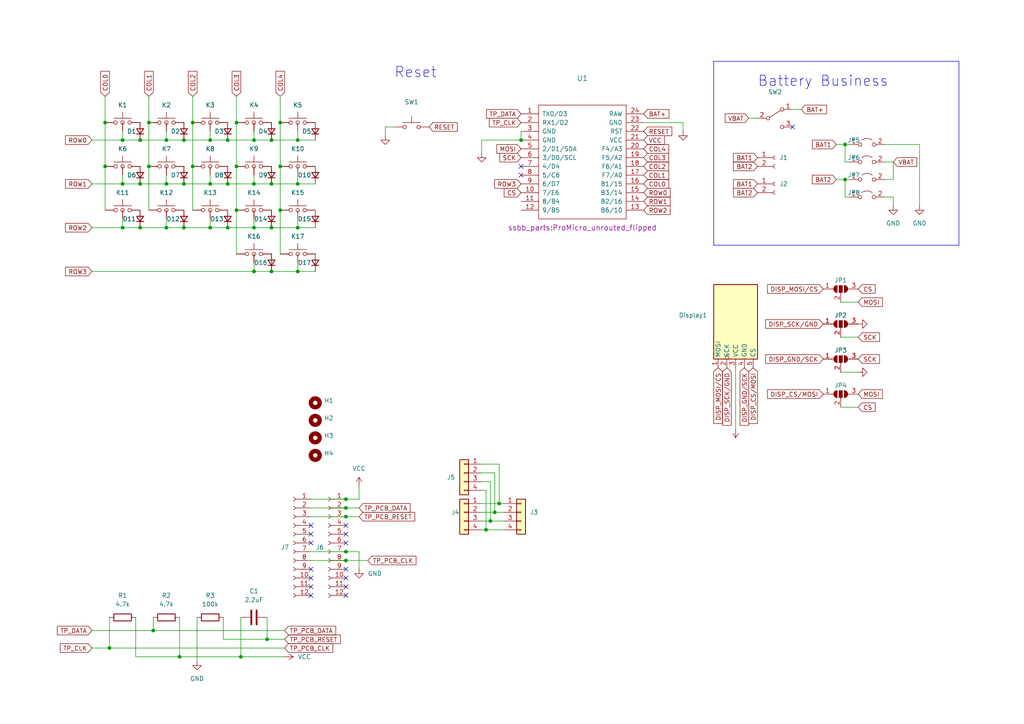
<source format=kicad_sch>
(kicad_sch (version 20230121) (generator eeschema)
  (paper "A4")
  (lib_symbols
    (symbol "Connector:Conn_01x02_Socket" (pin_names (offset 1.016) hide)
      (property "Reference" "J" (at 0 2.54 0))
      (property "Value" "Conn_01x02_Socket" (at 0 -5.08 0))
      (symbol "Conn_01x02_Socket_1_1"
        (arc (start 0 -2.032) (mid -0.5058 -2.54) (end 0 -3.048) (stroke (width 0.1524)))
        (polyline (pts (xy -1.27 -2.54) (xy -0.508 -2.54)) (stroke (width 0.1524)))
        (polyline (pts (xy -1.27 0) (xy -0.508 0)) (stroke (width 0.1524)))
        (arc (start 0 0.508) (mid -0.5058 0) (end 0 -0.508) (stroke (width 0.1524)))
        (pin passive line (at -5.08 0 0) (length 3.81) (name "Pin_1") (number "1"))
        (pin passive line (at -5.08 -2.54 0) (length 3.81) (name "Pin_2") (number "2"))
      )
    )
    (symbol "Connector:Conn_01x12_Socket" (pin_names (offset 1.016) hide)
      (property "Reference" "J" (at 0 15.24 0))
      (property "Value" "Conn_01x12_Socket" (at 0 -17.78 0))
      (symbol "Conn_01x12_Socket_1_1"
        (arc (start 0 -14.732) (mid -0.5058 -15.24) (end 0 -15.748) (stroke (width 0.1524)))
        (arc (start 0 -12.192) (mid -0.5058 -12.7) (end 0 -13.208) (stroke (width 0.1524)))
        (arc (start 0 -9.652) (mid -0.5058 -10.16) (end 0 -10.668) (stroke (width 0.1524)))
        (arc (start 0 -7.112) (mid -0.5058 -7.62) (end 0 -8.128) (stroke (width 0.1524)))
        (arc (start 0 -4.572) (mid -0.5058 -5.08) (end 0 -5.588) (stroke (width 0.1524)))
        (arc (start 0 -2.032) (mid -0.5058 -2.54) (end 0 -3.048) (stroke (width 0.1524)))
        (polyline (pts (xy -1.27 -15.24) (xy -0.508 -15.24)) (stroke (width 0.1524)))
        (polyline (pts (xy -1.27 -12.7) (xy -0.508 -12.7)) (stroke (width 0.1524)))
        (polyline (pts (xy -1.27 -10.16) (xy -0.508 -10.16)) (stroke (width 0.1524)))
        (polyline (pts (xy -1.27 -7.62) (xy -0.508 -7.62)) (stroke (width 0.1524)))
        (polyline (pts (xy -1.27 -5.08) (xy -0.508 -5.08)) (stroke (width 0.1524)))
        (polyline (pts (xy -1.27 -2.54) (xy -0.508 -2.54)) (stroke (width 0.1524)))
        (polyline (pts (xy -1.27 0) (xy -0.508 0)) (stroke (width 0.1524)))
        (polyline (pts (xy -1.27 2.54) (xy -0.508 2.54)) (stroke (width 0.1524)))
        (polyline (pts (xy -1.27 5.08) (xy -0.508 5.08)) (stroke (width 0.1524)))
        (polyline (pts (xy -1.27 7.62) (xy -0.508 7.62)) (stroke (width 0.1524)))
        (polyline (pts (xy -1.27 10.16) (xy -0.508 10.16)) (stroke (width 0.1524)))
        (polyline (pts (xy -1.27 12.7) (xy -0.508 12.7)) (stroke (width 0.1524)))
        (arc (start 0 0.508) (mid -0.5058 0) (end 0 -0.508) (stroke (width 0.1524)))
        (arc (start 0 3.048) (mid -0.5058 2.54) (end 0 2.032) (stroke (width 0.1524)))
        (arc (start 0 5.588) (mid -0.5058 5.08) (end 0 4.572) (stroke (width 0.1524)))
        (arc (start 0 8.128) (mid -0.5058 7.62) (end 0 7.112) (stroke (width 0.1524)))
        (arc (start 0 10.668) (mid -0.5058 10.16) (end 0 9.652) (stroke (width 0.1524)))
        (arc (start 0 13.208) (mid -0.5058 12.7) (end 0 12.192) (stroke (width 0.1524)))
        (pin passive line (at -5.08 12.7 0) (length 3.81) (name "Pin_1") (number "1"))
        (pin passive line (at -5.08 -10.16 0) (length 3.81) (name "Pin_10") (number "10"))
        (pin passive line (at -5.08 -12.7 0) (length 3.81) (name "Pin_11") (number "11"))
        (pin passive line (at -5.08 -15.24 0) (length 3.81) (name "Pin_12") (number "12"))
        (pin passive line (at -5.08 10.16 0) (length 3.81) (name "Pin_2") (number "2"))
        (pin passive line (at -5.08 7.62 0) (length 3.81) (name "Pin_3") (number "3"))
        (pin passive line (at -5.08 5.08 0) (length 3.81) (name "Pin_4") (number "4"))
        (pin passive line (at -5.08 2.54 0) (length 3.81) (name "Pin_5") (number "5"))
        (pin passive line (at -5.08 0 0) (length 3.81) (name "Pin_6") (number "6"))
        (pin passive line (at -5.08 -2.54 0) (length 3.81) (name "Pin_7") (number "7"))
        (pin passive line (at -5.08 -5.08 0) (length 3.81) (name "Pin_8") (number "8"))
        (pin passive line (at -5.08 -7.62 0) (length 3.81) (name "Pin_9") (number "9"))
      )
    )
    (symbol "Connector_Generic:Conn_01x04" (pin_names (offset 1.016) hide)
      (property "Reference" "J" (at 0 5.08 0))
      (property "Value" "Conn_01x04" (at 0 -7.62 0))
      (symbol "Conn_01x04_1_1"
        (rectangle (start -1.27 -4.953) (end 0 -5.207) (stroke (width 0.1524)))
        (rectangle (start -1.27 -2.413) (end 0 -2.667) (stroke (width 0.1524)))
        (rectangle (start -1.27 0.127) (end 0 -0.127) (stroke (width 0.1524)))
        (rectangle (start -1.27 2.667) (end 0 2.413) (stroke (width 0.1524)))
        (rectangle (start -1.27 3.81) (end 1.27 -6.35) (stroke (width 0.254)) (fill (type background)))
        (pin passive line (at -5.08 2.54 0) (length 3.81) (name "Pin_1") (number "1"))
        (pin passive line (at -5.08 0 0) (length 3.81) (name "Pin_2") (number "2"))
        (pin passive line (at -5.08 -2.54 0) (length 3.81) (name "Pin_3") (number "3"))
        (pin passive line (at -5.08 -5.08 0) (length 3.81) (name "Pin_4") (number "4"))
      )
    )
    (symbol "Device:C" (pin_numbers hide) (pin_names (offset 0.254))
      (property "Reference" "C" (at 0.635 2.54 0))
      (property "Value" "C" (at 0.635 -2.54 0))
      (symbol "C_0_1"
        (polyline (pts (xy -2.032 -0.762) (xy 2.032 -0.762)) (stroke (width 0.508)))
        (polyline (pts (xy -2.032 0.762) (xy 2.032 0.762)) (stroke (width 0.508)))
      )
      (symbol "C_1_1"
        (pin passive line (at 0 3.81 270) (length 2.794) (name "~") (number "1"))
        (pin passive line (at 0 -3.81 90) (length 2.794) (name "~") (number "2"))
      )
    )
    (symbol "Device:D_Small" (pin_numbers hide) (pin_names (offset 0.254) hide)
      (property "Reference" "D" (at -1.27 2.032 0))
      (property "Value" "D_Small" (at -3.81 -2.032 0))
      (symbol "D_Small_0_1"
        (polyline (pts (xy -0.762 -1.016) (xy -0.762 1.016)) (stroke (width 0.254)))
        (polyline (pts (xy -0.762 0) (xy 0.762 0)))
        (polyline (pts (xy 0.762 -1.016) (xy -0.762 0) (xy 0.762 1.016) (xy 0.762 -1.016)) (stroke (width 0.254)))
      )
      (symbol "D_Small_1_1"
        (pin passive line (at -2.54 0 0) (length 1.778) (name "K") (number "1"))
        (pin passive line (at 2.54 0 180) (length 1.778) (name "A") (number "2"))
      )
    )
    (symbol "Device:R" (pin_numbers hide) (pin_names (offset 0))
      (property "Reference" "R" (at 2.032 0 90))
      (property "Value" "R" (at 0 0 90))
      (symbol "R_0_1"
        (rectangle (start -1.016 -2.54) (end 1.016 2.54) (stroke (width 0.254)))
      )
      (symbol "R_1_1"
        (pin passive line (at 0 3.81 270) (length 1.27) (name "~") (number "1"))
        (pin passive line (at 0 -3.81 90) (length 1.27) (name "~") (number "2"))
      )
    )
    (symbol "Jumper:Jumper_2_Open" (pin_names (offset 0) hide)
      (property "Reference" "JP" (at 0 2.794 0))
      (property "Value" "Jumper_2_Open" (at 0 -2.286 0))
      (symbol "Jumper_2_Open_0_0"
        (circle (center -2.032 0) (radius 0.508))
        (circle (center 2.032 0) (radius 0.508))
      )
      (symbol "Jumper_2_Open_0_1"
        (arc (start 1.524 1.27) (mid 0 1.778) (end -1.524 1.27))
      )
      (symbol "Jumper_2_Open_1_1"
        (pin passive line (at -5.08 0 0) (length 2.54) (name "A") (number "1"))
        (pin passive line (at 5.08 0 180) (length 2.54) (name "B") (number "2"))
      )
    )
    (symbol "Jumper:SolderJumper_3_Open" (pin_names (offset 0) hide)
      (property "Reference" "JP" (at -2.54 -2.54 0))
      (property "Value" "SolderJumper_3_Open" (at 0 2.794 0))
      (symbol "SolderJumper_3_Open_0_1"
        (arc (start -1.016 1.016) (mid -2.0276 0) (end -1.016 -1.016))
        (arc (start -1.016 1.016) (mid -2.0276 0) (end -1.016 -1.016) (fill (type outline)))
        (rectangle (start -0.508 1.016) (end 0.508 -1.016) (fill (type outline)))
        (polyline (pts (xy -2.54 0) (xy -2.032 0)))
        (polyline (pts (xy -1.016 1.016) (xy -1.016 -1.016)))
        (polyline (pts (xy 0 -1.27) (xy 0 -1.016)))
        (polyline (pts (xy 1.016 1.016) (xy 1.016 -1.016)))
        (polyline (pts (xy 2.54 0) (xy 2.032 0)))
        (arc (start 1.016 -1.016) (mid 2.0276 0) (end 1.016 1.016))
        (arc (start 1.016 -1.016) (mid 2.0276 0) (end 1.016 1.016) (fill (type outline)))
      )
      (symbol "SolderJumper_3_Open_1_1"
        (pin passive line (at -5.08 0 0) (length 2.54) (name "A") (number "1"))
        (pin passive line (at 0 -3.81 90) (length 2.54) (name "C") (number "2"))
        (pin passive line (at 5.08 0 180) (length 2.54) (name "B") (number "3"))
      )
    )
    (symbol "Mechanical:MountingHole" (pin_names (offset 1.016))
      (property "Reference" "H" (at 0 5.08 0))
      (property "Value" "MountingHole" (at 0 3.175 0))
      (symbol "MountingHole_0_1"
        (circle (center 0 0) (radius 1.27) (stroke (width 1.27)))
      )
    )
    (symbol "Switch:SW_Push" (pin_numbers hide) (pin_names (offset 1.016) hide)
      (property "Reference" "SW" (at 1.27 2.54 0))
      (property "Value" "SW_Push" (at 0 -1.524 0))
      (symbol "SW_Push_0_1"
        (circle (center -2.032 0) (radius 0.508))
        (polyline (pts (xy 0 1.27) (xy 0 3.048)))
        (polyline (pts (xy 2.54 1.27) (xy -2.54 1.27)))
        (circle (center 2.032 0) (radius 0.508))
        (pin passive line (at -5.08 0 0) (length 2.54) (name "1") (number "1"))
        (pin passive line (at 5.08 0 180) (length 2.54) (name "2") (number "2"))
      )
    )
    (symbol "Switch:SW_SPDT" (pin_names (offset 0) hide)
      (property "Reference" "SW" (at 0 4.318 0))
      (property "Value" "SW_SPDT" (at 0 -5.08 0))
      (symbol "SW_SPDT_0_0"
        (circle (center -2.032 0) (radius 0.508))
        (circle (center 2.032 -2.54) (radius 0.508))
      )
      (symbol "SW_SPDT_0_1"
        (polyline (pts (xy -1.524 0.254) (xy 1.651 2.286)))
        (circle (center 2.032 2.54) (radius 0.508))
      )
      (symbol "SW_SPDT_1_1"
        (pin passive line (at 5.08 2.54 180) (length 2.54) (name "A") (number "1"))
        (pin passive line (at -5.08 0 0) (length 2.54) (name "B") (number "2"))
        (pin passive line (at 5.08 -2.54 180) (length 2.54) (name "C") (number "3"))
      )
    )
    (symbol "hyperpotato:SW_Push" (pin_numbers hide) (pin_names (offset 1.016) hide)
      (property "Reference" "K6" (at 0 5.08 0))
      (symbol "SW_Push_0_1"
        (circle (center -2.032 0) (radius 0.508))
        (polyline (pts (xy 0 1.27) (xy 0 3.048)))
        (polyline (pts (xy 2.54 1.27) (xy -2.54 1.27)))
        (circle (center 0 0) (radius 0.508))
        (circle (center 2.032 0) (radius 0.508))
        (pin passive line (at -5.08 0 0) (length 2.54) (name "1") (number "1"))
        (pin passive line (at 5.08 0 180) (length 2.54) (name "2") (number "2"))
      )
      (symbol "SW_Push_1_1"
        (pin passive line (at 0 -2.54 90) (length 2.54) (name "3") (number "3"))
      )
    )
    (symbol "power:GND" (power) (pin_names (offset 0))
      (property "Value" "GND" (at 0 -3.81 0))
      (symbol "GND_0_1"
        (polyline (pts (xy 0 0) (xy 0 -1.27) (xy 1.27 -1.27) (xy 0 -2.54) (xy -1.27 -1.27) (xy 0 -1.27)))
      )
      (symbol "GND_1_1"
        (pin power_in line (at 0 0 270) (length 0) hide (name "GND") (number "1"))
      )
    )
    (symbol "power:VCC" (power) (pin_names (offset 0))
      (property "Value" "VCC" (at 0 3.81 0))
      (symbol "VCC_0_1"
        (polyline (pts (xy -0.762 1.27) (xy 0 2.54)))
        (polyline (pts (xy 0 0) (xy 0 2.54)))
        (polyline (pts (xy 0 2.54) (xy 0.762 1.27)))
      )
      (symbol "VCC_1_1"
        (pin power_in line (at 0 0 90) (length 0) hide (name "VCC") (number "1"))
      )
    )
    (symbol "ssbb_parts:ProMicro" (pin_names (offset 1.016))
      (property "Reference" "U" (at 0 19.05 0))
      (property "Value" "ProMicro" (at 0 -19.05 0))
      (property "Footprint" "ssbb_parts:ArduinoProMicro" (at 2.54 -26.67 0))
      (symbol "ProMicro_0_1"
        (rectangle (start -12.7 16.51) (end 12.7 -16.51))
      )
      (symbol "ProMicro_1_1"
        (pin bidirectional line (at -17.78 13.97 0) (length 5.08) (name "TX0/D3") (number "1"))
        (pin bidirectional line (at -17.78 -8.89 0) (length 5.08) (name "7/E6") (number "10"))
        (pin bidirectional line (at -17.78 -11.43 0) (length 5.08) (name "8/B4") (number "11"))
        (pin bidirectional line (at -17.78 -13.97 0) (length 5.08) (name "9/B5") (number "12"))
        (pin bidirectional line (at 17.78 -13.97 180) (length 5.08) (name "B6/10") (number "13"))
        (pin bidirectional line (at 17.78 -11.43 180) (length 5.08) (name "B2/16") (number "14"))
        (pin bidirectional line (at 17.78 -8.89 180) (length 5.08) (name "B3/14") (number "15"))
        (pin bidirectional line (at 17.78 -6.35 180) (length 5.08) (name "B1/15") (number "16"))
        (pin bidirectional line (at 17.78 -3.81 180) (length 5.08) (name "F7/A0") (number "17"))
        (pin bidirectional line (at 17.78 -1.27 180) (length 5.08) (name "F6/A1") (number "18"))
        (pin bidirectional line (at 17.78 1.27 180) (length 5.08) (name "F5/A2") (number "19"))
        (pin bidirectional line (at -17.78 11.43 0) (length 5.08) (name "RX1/D2") (number "2"))
        (pin bidirectional line (at 17.78 3.81 180) (length 5.08) (name "F4/A3") (number "20"))
        (pin power_in line (at 17.78 6.35 180) (length 5.08) (name "VCC") (number "21"))
        (pin input line (at 17.78 8.89 180) (length 5.08) (name "RST") (number "22"))
        (pin power_in line (at 17.78 11.43 180) (length 5.08) (name "GND") (number "23"))
        (pin power_out line (at 17.78 13.97 180) (length 5.08) (name "RAW") (number "24"))
        (pin power_in line (at -17.78 8.89 0) (length 5.08) (name "GND") (number "3"))
        (pin power_in line (at -17.78 6.35 0) (length 5.08) (name "GND") (number "4"))
        (pin bidirectional line (at -17.78 3.81 0) (length 5.08) (name "2/D1/SDA") (number "5"))
        (pin bidirectional line (at -17.78 1.27 0) (length 5.08) (name "3/D0/SCL") (number "6"))
        (pin bidirectional line (at -17.78 -1.27 0) (length 5.08) (name "4/D4") (number "7"))
        (pin bidirectional line (at -17.78 -3.81 0) (length 5.08) (name "5/C6") (number "8"))
        (pin bidirectional line (at -17.78 -6.35 0) (length 5.08) (name "6/D7") (number "9"))
      )
    )
    (symbol "ssbb_parts:nice!view"
      (property "Reference" "Display101" (at -3.81 1.2669 0))
      (property "Value" "nice!view" (at -3.81 -1.27 0))
      (symbol "nice!view_0_1"
        (rectangle (start -6.35 11.43) (end 6.35 -10.16) (stroke (width 0.254)) (fill (type background)))
      )
      (symbol "nice!view_1_1"
        (pin input line (at -5.08 -12.7 90) (length 2.54) (name "MOSI") (number "1"))
        (pin input clock (at -2.54 -12.7 90) (length 2.54) (name "SCK") (number "2"))
        (pin power_in line (at 0 -12.7 90) (length 2.54) (name "VCC") (number "3"))
        (pin power_in line (at 2.54 -12.7 90) (length 2.54) (name "GND") (number "4"))
        (pin passive line (at 5.08 -12.7 90) (length 2.54) (name "CS") (number "5"))
      )
    )
  )
  (junction (at 100.33 149.86))
  (junction (at 245.11 41.91))
  (junction (at 68.58 48.26))
  (junction (at 100.33 144.78))
  (junction (at 86.36 78.74))
  (junction (at 35.56 40.64))
  (junction (at 43.18 48.26))
  (junction (at 77.47 185.42))
  (junction (at 81.28 48.26))
  (junction (at 30.48 35.56))
  (junction (at 78.74 78.74))
  (junction (at 73.66 78.74))
  (junction (at 151.13 40.64))
  (junction (at 78.74 53.34))
  (junction (at 78.74 66.04))
  (junction (at 66.04 53.34))
  (junction (at 53.34 66.04))
  (junction (at 44.45 182.88))
  (junction (at 48.26 53.34))
  (junction (at 60.96 53.34))
  (junction (at 60.96 40.64))
  (junction (at 86.36 53.34))
  (junction (at 53.34 53.34))
  (junction (at 55.88 35.56))
  (junction (at 86.36 40.64))
  (junction (at 245.11 52.07))
  (junction (at 81.28 60.96))
  (junction (at 140.97 153.67))
  (junction (at 73.66 40.64))
  (junction (at 144.78 146.05))
  (junction (at 40.64 53.34))
  (junction (at 48.26 66.04))
  (junction (at 66.04 66.04))
  (junction (at 31.75 187.96))
  (junction (at 100.33 147.32))
  (junction (at 30.48 48.26))
  (junction (at 86.36 66.04))
  (junction (at 100.33 160.02))
  (junction (at 53.34 40.64))
  (junction (at 68.58 35.56))
  (junction (at 73.66 66.04))
  (junction (at 60.96 66.04))
  (junction (at 40.64 40.64))
  (junction (at 142.24 151.13))
  (junction (at 68.58 60.96))
  (junction (at 66.04 40.64))
  (junction (at 69.85 190.5))
  (junction (at 143.51 148.59))
  (junction (at 48.26 40.64))
  (junction (at 52.07 190.5))
  (junction (at 40.64 66.04))
  (junction (at 35.56 66.04))
  (junction (at 55.88 48.26))
  (junction (at 43.18 35.56))
  (junction (at 73.66 53.34))
  (junction (at 100.33 162.56))
  (junction (at 81.28 35.56))
  (junction (at 78.74 40.64))
  (junction (at 35.56 53.34))
  (no_connect (at 151.13 50.8))
  (no_connect (at 90.17 154.94))
  (no_connect (at 100.33 172.72))
  (no_connect (at 100.33 154.94))
  (no_connect (at 100.33 157.48))
  (no_connect (at 151.13 48.26))
  (no_connect (at 100.33 152.4))
  (no_connect (at 90.17 152.4))
  (no_connect (at 90.17 157.48))
  (no_connect (at 90.17 170.18))
  (no_connect (at 100.33 165.1))
  (no_connect (at 100.33 167.64))
  (no_connect (at 90.17 172.72))
  (no_connect (at 229.87 36.83))
  (no_connect (at 100.33 170.18))
  (no_connect (at 90.17 165.1))
  (no_connect (at 90.17 167.64))
  (wire (pts (xy 31.75 179.07) (xy 31.75 187.96)))
  (wire (pts (xy 43.18 35.56) (xy 43.18 48.26)))
  (wire (pts (xy 31.75 187.96) (xy 82.55 187.96)))
  (wire (pts (xy 90.17 147.32) (xy 100.33 147.32)))
  (wire (pts (xy 69.85 179.07) (xy 69.85 190.5)))
  (wire (pts (xy 35.56 38.1) (xy 35.56 40.64)))
  (wire (pts (xy 43.18 48.26) (xy 43.18 60.96)))
  (wire (pts (xy 39.37 190.5) (xy 52.07 190.5)))
  (wire (pts (xy 111.76 39.37) (xy 111.76 36.83)))
  (wire (pts (xy 78.74 66.04) (xy 86.36 66.04)))
  (wire (pts (xy 55.88 27.94) (xy 55.88 35.56)))
  (wire (pts (xy 77.47 179.07) (xy 77.47 185.42)))
  (wire (pts (xy 100.33 162.56) (xy 106.68 162.56)))
  (wire (pts (xy 53.34 66.04) (xy 60.96 66.04)))
  (wire (pts (xy 86.36 63.5) (xy 86.36 66.04)))
  (wire (pts (xy 66.04 66.04) (xy 73.66 66.04)))
  (wire (pts (xy 40.64 53.34) (xy 48.26 53.34)))
  (wire (pts (xy 111.76 36.83) (xy 114.3 36.83)))
  (wire (pts (xy 60.96 63.5) (xy 60.96 66.04)))
  (wire (pts (xy 90.17 160.02) (xy 100.33 160.02)))
  (wire (pts (xy 43.18 27.94) (xy 43.18 35.56)))
  (wire (pts (xy 48.26 40.64) (xy 53.34 40.64)))
  (wire (pts (xy 140.97 153.67) (xy 146.05 153.67)))
  (polyline (pts (xy 207.01 17.78) (xy 278.13 17.78)))
  (polyline (pts (xy 207.01 71.12) (xy 207.01 17.78)))
  (wire (pts (xy 139.7 139.7) (xy 142.24 139.7)))
  (wire (pts (xy 73.66 63.5) (xy 73.66 66.04)))
  (wire (pts (xy 151.13 38.1) (xy 151.13 40.64)))
  (wire (pts (xy 52.07 190.5) (xy 69.85 190.5)))
  (wire (pts (xy 57.15 179.07) (xy 57.15 191.77)))
  (wire (pts (xy 48.26 66.04) (xy 53.34 66.04)))
  (wire (pts (xy 66.04 53.34) (xy 73.66 53.34)))
  (wire (pts (xy 243.84 107.95) (xy 248.92 107.95)))
  (wire (pts (xy 40.64 66.04) (xy 48.26 66.04)))
  (wire (pts (xy 100.33 147.32) (xy 104.14 147.32)))
  (wire (pts (xy 60.96 66.04) (xy 66.04 66.04)))
  (wire (pts (xy 139.7 153.67) (xy 140.97 153.67)))
  (wire (pts (xy 81.28 60.96) (xy 81.28 73.66)))
  (wire (pts (xy 60.96 50.8) (xy 60.96 53.34)))
  (wire (pts (xy 151.13 40.64) (xy 139.7 40.64)))
  (wire (pts (xy 140.97 142.24) (xy 140.97 153.67)))
  (wire (pts (xy 35.56 40.64) (xy 40.64 40.64)))
  (wire (pts (xy 64.77 185.42) (xy 77.47 185.42)))
  (wire (pts (xy 73.66 76.2) (xy 73.66 78.74)))
  (wire (pts (xy 104.14 160.02) (xy 100.33 160.02)))
  (wire (pts (xy 26.67 182.88) (xy 44.45 182.88)))
  (wire (pts (xy 142.24 151.13) (xy 146.05 151.13)))
  (wire (pts (xy 144.78 146.05) (xy 146.05 146.05)))
  (wire (pts (xy 139.7 142.24) (xy 140.97 142.24)))
  (polyline (pts (xy 278.13 17.78) (xy 278.13 71.12)))
  (wire (pts (xy 139.7 148.59) (xy 143.51 148.59)))
  (wire (pts (xy 139.7 40.64) (xy 139.7 44.45)))
  (wire (pts (xy 69.85 190.5) (xy 82.55 190.5)))
  (wire (pts (xy 64.77 179.07) (xy 64.77 185.42)))
  (wire (pts (xy 86.36 38.1) (xy 86.36 40.64)))
  (wire (pts (xy 55.88 48.26) (xy 55.88 60.96)))
  (wire (pts (xy 259.08 46.99) (xy 259.08 52.07)))
  (wire (pts (xy 144.78 134.62) (xy 144.78 146.05)))
  (wire (pts (xy 256.54 57.15) (xy 259.08 57.15)))
  (wire (pts (xy 104.14 165.1) (xy 104.14 160.02)))
  (wire (pts (xy 246.38 57.15) (xy 245.11 57.15)))
  (wire (pts (xy 100.33 149.86) (xy 104.14 149.86)))
  (wire (pts (xy 40.64 40.64) (xy 48.26 40.64)))
  (wire (pts (xy 143.51 137.16) (xy 143.51 148.59)))
  (wire (pts (xy 26.67 53.34) (xy 35.56 53.34)))
  (wire (pts (xy 245.11 41.91) (xy 246.38 41.91)))
  (wire (pts (xy 78.74 53.34) (xy 86.36 53.34)))
  (wire (pts (xy 48.26 63.5) (xy 48.26 66.04)))
  (wire (pts (xy 139.7 146.05) (xy 144.78 146.05)))
  (wire (pts (xy 256.54 46.99) (xy 259.08 46.99)))
  (wire (pts (xy 60.96 53.34) (xy 66.04 53.34)))
  (wire (pts (xy 259.08 57.15) (xy 259.08 59.69)))
  (wire (pts (xy 55.88 35.56) (xy 55.88 48.26)))
  (wire (pts (xy 39.37 179.07) (xy 39.37 190.5)))
  (wire (pts (xy 73.66 53.34) (xy 78.74 53.34)))
  (wire (pts (xy 100.33 144.78) (xy 104.14 144.78)))
  (wire (pts (xy 86.36 50.8) (xy 86.36 53.34)))
  (wire (pts (xy 90.17 149.86) (xy 100.33 149.86)))
  (wire (pts (xy 68.58 35.56) (xy 68.58 48.26)))
  (wire (pts (xy 30.48 35.56) (xy 30.48 48.26)))
  (wire (pts (xy 139.7 134.62) (xy 144.78 134.62)))
  (wire (pts (xy 73.66 66.04) (xy 78.74 66.04)))
  (wire (pts (xy 26.67 66.04) (xy 35.56 66.04)))
  (wire (pts (xy 242.57 52.07) (xy 245.11 52.07)))
  (wire (pts (xy 73.66 38.1) (xy 73.66 40.64)))
  (wire (pts (xy 242.57 41.91) (xy 245.11 41.91)))
  (wire (pts (xy 52.07 179.07) (xy 52.07 190.5)))
  (wire (pts (xy 73.66 78.74) (xy 78.74 78.74)))
  (wire (pts (xy 44.45 179.07) (xy 44.45 182.88)))
  (wire (pts (xy 35.56 53.34) (xy 40.64 53.34)))
  (wire (pts (xy 53.34 53.34) (xy 60.96 53.34)))
  (wire (pts (xy 256.54 41.91) (xy 266.7 41.91)))
  (wire (pts (xy 60.96 38.1) (xy 60.96 40.64)))
  (wire (pts (xy 142.24 139.7) (xy 142.24 151.13)))
  (wire (pts (xy 198.12 35.56) (xy 198.12 38.1)))
  (wire (pts (xy 35.56 63.5) (xy 35.56 66.04)))
  (wire (pts (xy 213.36 106.68) (xy 213.36 124.46)))
  (wire (pts (xy 243.84 97.79) (xy 248.92 97.79)))
  (wire (pts (xy 86.36 66.04) (xy 91.44 66.04)))
  (wire (pts (xy 246.38 46.99) (xy 245.11 46.99)))
  (wire (pts (xy 48.26 53.34) (xy 53.34 53.34)))
  (wire (pts (xy 86.36 76.2) (xy 86.36 78.74)))
  (wire (pts (xy 73.66 50.8) (xy 73.66 53.34)))
  (wire (pts (xy 48.26 50.8) (xy 48.26 53.34)))
  (wire (pts (xy 217.17 34.29) (xy 219.71 34.29)))
  (polyline (pts (xy 278.13 71.12) (xy 207.01 71.12)))
  (wire (pts (xy 77.47 185.42) (xy 82.55 185.42)))
  (wire (pts (xy 86.36 40.64) (xy 91.44 40.64)))
  (wire (pts (xy 78.74 40.64) (xy 86.36 40.64)))
  (wire (pts (xy 53.34 40.64) (xy 60.96 40.64)))
  (wire (pts (xy 86.36 53.34) (xy 91.44 53.34)))
  (wire (pts (xy 256.54 52.07) (xy 259.08 52.07)))
  (wire (pts (xy 73.66 40.64) (xy 78.74 40.64)))
  (wire (pts (xy 66.04 40.64) (xy 73.66 40.64)))
  (wire (pts (xy 143.51 148.59) (xy 146.05 148.59)))
  (wire (pts (xy 86.36 78.74) (xy 91.44 78.74)))
  (wire (pts (xy 78.74 78.74) (xy 86.36 78.74)))
  (wire (pts (xy 139.7 151.13) (xy 142.24 151.13)))
  (wire (pts (xy 81.28 27.94) (xy 81.28 35.56)))
  (wire (pts (xy 48.26 38.1) (xy 48.26 40.64)))
  (wire (pts (xy 243.84 118.11) (xy 248.92 118.11)))
  (wire (pts (xy 26.67 187.96) (xy 31.75 187.96)))
  (wire (pts (xy 68.58 60.96) (xy 68.58 73.66)))
  (wire (pts (xy 68.58 48.26) (xy 68.58 60.96)))
  (wire (pts (xy 248.92 87.63) (xy 243.84 87.63)))
  (wire (pts (xy 68.58 27.94) (xy 68.58 35.56)))
  (wire (pts (xy 30.48 48.26) (xy 30.48 60.96)))
  (wire (pts (xy 81.28 48.26) (xy 81.28 60.96)))
  (wire (pts (xy 245.11 41.91) (xy 245.11 46.99)))
  (wire (pts (xy 186.69 35.56) (xy 198.12 35.56)))
  (wire (pts (xy 245.11 52.07) (xy 246.38 52.07)))
  (wire (pts (xy 44.45 182.88) (xy 82.55 182.88)))
  (wire (pts (xy 90.17 162.56) (xy 100.33 162.56)))
  (wire (pts (xy 35.56 66.04) (xy 40.64 66.04)))
  (wire (pts (xy 139.7 137.16) (xy 143.51 137.16)))
  (wire (pts (xy 245.11 57.15) (xy 245.11 52.07)))
  (wire (pts (xy 229.87 31.75) (xy 232.41 31.75)))
  (wire (pts (xy 81.28 35.56) (xy 81.28 48.26)))
  (wire (pts (xy 266.7 41.91) (xy 266.7 59.69)))
  (wire (pts (xy 90.17 144.78) (xy 100.33 144.78)))
  (wire (pts (xy 30.48 27.94) (xy 30.48 35.56)))
  (wire (pts (xy 26.67 78.74) (xy 73.66 78.74)))
  (wire (pts (xy 60.96 40.64) (xy 66.04 40.64)))
  (wire (pts (xy 26.67 40.64) (xy 35.56 40.64)))
  (wire (pts (xy 35.56 50.8) (xy 35.56 53.34)))
  (wire (pts (xy 104.14 140.97) (xy 104.14 144.78)))
  (text "Reset" (at 114.3 22.86 0) (effects (font (size 2.9972 2.9972)) (justify left bottom)))
  (text "Battery Business" (at 219.71 25.4 0) (effects (font (size 2.9972 2.9972)) (justify left bottom)))
  (global_label "SCK" (shape input) (at 248.92 104.14 0) (property "Intersheetrefs" "${INTERSHEET_REFS}" (effects hide)))
  (global_label "ROW0" (shape input) (at 186.69 55.88 0) (property "Intersheetrefs" "${INTERSHEET_REFS}" (effects hide)))
  (global_label "COL2" (shape input) (at 55.88 27.94 90) (property "Intersheetrefs" "${INTERSHEET_REFS}" (effects hide)))
  (global_label "DISP_MOSI{slash}CS" (shape input) (at 208.28 106.68 270) (property "Intersheetrefs" "${INTERSHEET_REFS}" (effects hide)))
  (global_label "BAT1" (shape input) (at 219.71 45.72 180) (property "Intersheetrefs" "${INTERSHEET_REFS}" (effects hide)))
  (global_label "ROW3" (shape input) (at 26.67 78.74 180) (property "Intersheetrefs" "${INTERSHEET_REFS}" (effects hide)))
  (global_label "DISP_SCK{slash}GND" (shape input) (at 238.76 93.98 180) (property "Intersheetrefs" "${INTERSHEET_REFS}" (effects hide)))
  (global_label "COL0" (shape input) (at 186.69 53.34 0) (property "Intersheetrefs" "${INTERSHEET_REFS}" (effects hide)))
  (global_label "TP_DATA" (shape input) (at 26.67 182.88 180) (property "Intersheetrefs" "${INTERSHEET_REFS}" (effects hide)))
  (global_label "CS" (shape input) (at 151.13 55.88 180) (property "Intersheetrefs" "${INTERSHEET_REFS}" (effects hide)))
  (global_label "ROW2" (shape input) (at 186.69 60.96 0) (property "Intersheetrefs" "${INTERSHEET_REFS}" (effects hide)))
  (global_label "CS" (shape input) (at 248.92 83.82 0) (property "Intersheetrefs" "${INTERSHEET_REFS}" (effects hide)))
  (global_label "COL4" (shape input) (at 81.28 27.94 90) (property "Intersheetrefs" "${INTERSHEET_REFS}" (effects hide)))
  (global_label "ROW1" (shape input) (at 186.69 58.42 0) (property "Intersheetrefs" "${INTERSHEET_REFS}" (effects hide)))
  (global_label "BAT+" (shape input) (at 232.41 31.75 0) (property "Intersheetrefs" "${INTERSHEET_REFS}" (effects hide)))
  (global_label "COL1" (shape input) (at 43.18 27.94 90) (property "Intersheetrefs" "${INTERSHEET_REFS}" (effects hide)))
  (global_label "TP_CLK" (shape input) (at 151.13 35.56 180) (property "Intersheetrefs" "${INTERSHEET_REFS}" (effects hide)))
  (global_label "CS" (shape input) (at 248.92 118.11 0) (property "Intersheetrefs" "${INTERSHEET_REFS}" (effects hide)))
  (global_label "COL3" (shape input) (at 68.58 27.94 90) (property "Intersheetrefs" "${INTERSHEET_REFS}" (effects hide)))
  (global_label "DISP_GND{slash}SCK" (shape input) (at 238.76 104.14 180) (property "Intersheetrefs" "${INTERSHEET_REFS}" (effects hide)))
  (global_label "COL4" (shape input) (at 186.69 43.18 0) (property "Intersheetrefs" "${INTERSHEET_REFS}" (effects hide)))
  (global_label "DISP_SCK{slash}GND" (shape input) (at 210.82 106.68 270) (property "Intersheetrefs" "${INTERSHEET_REFS}" (effects hide)))
  (global_label "ROW2" (shape input) (at 26.67 66.04 180) (property "Intersheetrefs" "${INTERSHEET_REFS}" (effects hide)))
  (global_label "TP_PCB_DATA" (shape input) (at 104.14 147.32 0) (property "Intersheetrefs" "${INTERSHEET_REFS}" (effects hide)))
  (global_label "MOSI" (shape input) (at 151.13 43.18 180) (property "Intersheetrefs" "${INTERSHEET_REFS}" (effects hide)))
  (global_label "BAT1" (shape input) (at 219.71 53.34 180) (property "Intersheetrefs" "${INTERSHEET_REFS}" (effects hide)))
  (global_label "BAT2" (shape input) (at 219.71 55.88 180) (property "Intersheetrefs" "${INTERSHEET_REFS}" (effects hide)))
  (global_label "MOSI" (shape input) (at 248.92 114.3 0) (property "Intersheetrefs" "${INTERSHEET_REFS}" (effects hide)))
  (global_label "BAT2" (shape input) (at 219.71 48.26 180) (property "Intersheetrefs" "${INTERSHEET_REFS}" (effects hide)))
  (global_label "COL2" (shape input) (at 186.69 48.26 0) (property "Intersheetrefs" "${INTERSHEET_REFS}" (effects hide)))
  (global_label "VBAT" (shape input) (at 259.08 46.99 0) (property "Intersheetrefs" "${INTERSHEET_REFS}" (effects hide)))
  (global_label "ROW0" (shape input) (at 26.67 40.64 180) (property "Intersheetrefs" "${INTERSHEET_REFS}" (effects hide)))
  (global_label "RESET" (shape input) (at 124.46 36.83 0) (property "Intersheetrefs" "${INTERSHEET_REFS}" (effects hide)))
  (global_label "COL3" (shape input) (at 186.69 45.72 0) (property "Intersheetrefs" "${INTERSHEET_REFS}" (effects hide)))
  (global_label "ROW3" (shape input) (at 151.13 53.34 180) (property "Intersheetrefs" "${INTERSHEET_REFS}" (effects hide)))
  (global_label "TP_PCB_DATA" (shape input) (at 82.55 182.88 0) (property "Intersheetrefs" "${INTERSHEET_REFS}" (effects hide)))
  (global_label "VBAT" (shape input) (at 217.17 34.29 180) (property "Intersheetrefs" "${INTERSHEET_REFS}" (effects hide)))
  (global_label "TP_PCB_RESET" (shape input) (at 82.55 185.42 0) (property "Intersheetrefs" "${INTERSHEET_REFS}" (effects hide)))
  (global_label "BAT1" (shape input) (at 242.57 41.91 180) (property "Intersheetrefs" "${INTERSHEET_REFS}" (effects hide)))
  (global_label "BAT2" (shape input) (at 242.57 52.07 180) (property "Intersheetrefs" "${INTERSHEET_REFS}" (effects hide)))
  (global_label "DISP_MOSI{slash}CS" (shape input) (at 238.76 83.82 180) (property "Intersheetrefs" "${INTERSHEET_REFS}" (effects hide)))
  (global_label "TP_DATA" (shape input) (at 151.13 33.02 180) (property "Intersheetrefs" "${INTERSHEET_REFS}" (effects hide)))
  (global_label "ROW1" (shape input) (at 26.67 53.34 180) (property "Intersheetrefs" "${INTERSHEET_REFS}" (effects hide)))
  (global_label "COL1" (shape input) (at 186.69 50.8 0) (property "Intersheetrefs" "${INTERSHEET_REFS}" (effects hide)))
  (global_label "DISP_GND{slash}SCK" (shape input) (at 215.9 106.68 270) (property "Intersheetrefs" "${INTERSHEET_REFS}" (effects hide)))
  (global_label "TP_CLK" (shape input) (at 26.67 187.96 180) (property "Intersheetrefs" "${INTERSHEET_REFS}" (effects hide)))
  (global_label "DISP_CS{slash}MOSI" (shape input) (at 218.44 106.68 270) (property "Intersheetrefs" "${INTERSHEET_REFS}" (effects hide)))
  (global_label "BAT+" (shape input) (at 186.69 33.02 0) (property "Intersheetrefs" "${INTERSHEET_REFS}" (effects hide)))
  (global_label "SCK" (shape input) (at 248.92 97.79 0) (property "Intersheetrefs" "${INTERSHEET_REFS}" (effects hide)))
  (global_label "TP_PCB_RESET" (shape input) (at 104.14 149.86 0) (property "Intersheetrefs" "${INTERSHEET_REFS}" (effects hide)))
  (global_label "MOSI" (shape input) (at 248.92 87.63 0) (property "Intersheetrefs" "${INTERSHEET_REFS}" (effects hide)))
  (global_label "DISP_CS{slash}MOSI" (shape input) (at 238.76 114.3 180) (property "Intersheetrefs" "${INTERSHEET_REFS}" (effects hide)))
  (global_label "RESET" (shape input) (at 186.69 38.1 0) (property "Intersheetrefs" "${INTERSHEET_REFS}" (effects hide)))
  (global_label "TP_PCB_CLK" (shape input) (at 106.68 162.56 0) (property "Intersheetrefs" "${INTERSHEET_REFS}" (effects hide)))
  (global_label "COL0" (shape input) (at 30.48 27.94 90) (property "Intersheetrefs" "${INTERSHEET_REFS}" (effects hide)))
  (global_label "VCC" (shape input) (at 186.69 40.64 0) (property "Intersheetrefs" "${INTERSHEET_REFS}" (effects hide)))
  (global_label "SCK" (shape input) (at 151.13 45.72 180) (property "Intersheetrefs" "${INTERSHEET_REFS}" (effects hide)))
  (global_label "TP_PCB_CLK" (shape input) (at 82.55 187.96 0) (property "Intersheetrefs" "${INTERSHEET_REFS}" (effects hide)))
  (symbol (lib_id "Mechanical:MountingHole") (at 91.44 127 0) (unit 1)
    (property "Reference" "H3" (at 93.98 126.365 0) (effects (justify left)))
    (property "Value" "MountingHole" (effects hide))
    (property "Footprint" "hyperpotato:MountingHole_SolderNut" (effects hide))
  )
  (symbol (lib_id "Connector_Generic:Conn_01x04") (at 151.13 148.59 0) (unit 1)
    (property "Reference" "J3" (at 153.67 148.59 0) (effects (justify left)))
    (property "Value" "Conn_01x04" (effects hide))
    (property "Footprint" "hyperpotato:Trackpoint_Connector_Reversible" (effects hide))
  )
  (symbol (lib_id "Switch:SW_SPDT") (at 224.79 34.29 0) (unit 1)
    (property "Reference" "SW2" (at 224.79 26.67 0))
    (property "Value" "SW_SPDT" (effects hide))
    (property "Footprint" "ssbb_parts:SW_SPDT_PCM12_reversible" (effects hide))
  )
  (symbol (lib_id "hyperpotato:SW_Push") (at 73.66 73.66 0) (unit 1)
    (property "Reference" "K16" (at 73.66 68.58 0))
    (property "Value" "SW_Push" (effects hide))
    (property "Footprint" "hyperpotato:V1_V2_HS_reversible_plated" (effects hide))
  )
  (symbol (lib_id "hyperpotato:SW_Push") (at 35.56 60.96 0) (unit 1)
    (property "Reference" "K11" (at 35.56 55.88 0))
    (property "Value" "SW_Push" (effects hide))
    (property "Footprint" "hyperpotato:V1_V2_HS_reversible_plated" (effects hide))
  )
  (symbol (lib_id "Jumper:Jumper_2_Open") (at 251.46 46.99 0) (unit 1)
    (property "Reference" "JP6" (at 247.65 45.72 0))
    (property "Value" "Jumper_2_Open" (effects hide))
    (property "Footprint" "Jumper:SolderJumper-2_P1.3mm_Open_Pad1.0x1.5mm" (effects hide))
  )
  (symbol (lib_id "Device:R") (at 60.96 179.07 90) (unit 1)
    (property "Reference" "R3" (at 60.96 172.72 90))
    (property "Value" "100k" (at 60.96 175.26 90))
    (property "Footprint" "hyperpotato:R_reversible" (effects hide))
  )
  (symbol (lib_id "Device:R") (at 35.56 179.07 90) (unit 1)
    (property "Reference" "R1" (at 35.56 172.72 90))
    (property "Value" "4.7k" (at 35.56 175.26 90))
    (property "Footprint" "hyperpotato:R_reversible" (effects hide))
  )
  (symbol (lib_id "Jumper:Jumper_2_Open") (at 251.46 52.07 0) (unit 1)
    (property "Reference" "JP7" (at 247.65 50.8 0))
    (property "Value" "Jumper_2_Open" (effects hide))
    (property "Footprint" "Jumper:SolderJumper-2_P1.3mm_Open_Pad1.0x1.5mm" (effects hide))
  )
  (symbol (lib_id "Connector_Generic:Conn_01x04") (at 134.62 137.16 0) (mirror y) (unit 1)
    (property "Reference" "J5" (at 130.81 138.43 0))
    (property "Value" "Conn_01x04" (effects hide))
    (property "Footprint" "hyperpotato:Trackpoint_Connector" (effects hide))
  )
  (symbol (lib_id "power:GND") (at 248.92 93.98 90) (unit 1)
    (property "Reference" "#PWR01" (effects hide))
    (property "Value" "GND" (effects hide))
  )
  (symbol (lib_id "hyperpotato:SW_Push") (at 35.56 48.26 0) (unit 1)
    (property "Reference" "K6" (at 35.56 43.18 0))
    (property "Value" "SW_Push" (effects hide))
    (property "Footprint" "hyperpotato:V1_V2_HS_reversible_plated" (effects hide))
  )
  (symbol (lib_id "Device:D_Small") (at 78.74 76.2 90) (unit 1)
    (property "Reference" "D16" (at 73.66 76.2 90) (effects (justify right)))
    (property "Value" "D_Small" (effects hide))
    (property "Footprint" "hyperpotato:Diode_SOD123" (effects hide))
    (property "Sim.Device" "D" (effects hide))
    (property "Sim.Pins" "1=K 2=A" (effects hide))
  )
  (symbol (lib_id "hyperpotato:SW_Push") (at 48.26 48.26 0) (unit 1)
    (property "Reference" "K7" (at 48.26 43.18 0))
    (property "Value" "SW_Push" (effects hide))
    (property "Footprint" "hyperpotato:V1_V2_HS_reversible_plated" (effects hide))
  )
  (symbol (lib_id "Jumper:SolderJumper_3_Open") (at 243.84 93.98 0) (unit 1)
    (property "Reference" "JP2" (at 243.84 91.44 0))
    (property "Value" "SolderJumper_3_Open" (effects hide))
    (property "Footprint" "ssbb_parts:solder_jumper_reversible" (effects hide))
  )
  (symbol (lib_id "Device:D_Small") (at 78.74 63.5 90) (unit 1)
    (property "Reference" "D14" (at 73.66 63.5 90) (effects (justify right)))
    (property "Value" "D_Small" (effects hide))
    (property "Footprint" "hyperpotato:Diode_SOD123" (effects hide))
    (property "Sim.Device" "D" (effects hide))
    (property "Sim.Pins" "1=K 2=A" (effects hide))
  )
  (symbol (lib_id "Device:D_Small") (at 53.34 50.8 90) (unit 1)
    (property "Reference" "D7" (at 49.53 50.8 90) (effects (justify right)))
    (property "Value" "D_Small" (effects hide))
    (property "Footprint" "hyperpotato:Diode_SOD123" (effects hide))
    (property "Sim.Device" "D" (effects hide))
    (property "Sim.Pins" "1=K 2=A" (effects hide))
  )
  (symbol (lib_id "Jumper:SolderJumper_3_Open") (at 243.84 83.82 0) (unit 1)
    (property "Reference" "JP1" (at 243.84 81.28 0))
    (property "Value" "SolderJumper_3_Open" (effects hide))
    (property "Footprint" "ssbb_parts:solder_jumper_reversible" (effects hide))
  )
  (symbol (lib_id "hyperpotato:SW_Push") (at 73.66 60.96 0) (unit 1)
    (property "Reference" "K14" (at 73.66 55.88 0))
    (property "Value" "SW_Push" (effects hide))
    (property "Footprint" "hyperpotato:V1_V2_HS_reversible_plated" (effects hide))
  )
  (symbol (lib_id "Connector:Conn_01x12_Socket") (at 85.09 157.48 0) (mirror y) (unit 1)
    (property "Reference" "J7" (at 83.82 158.75 0) (effects (justify left)))
    (property "Value" "Conn_01x12_Socket" (effects hide))
    (property "Footprint" "hyperpotato:Trackpoint_PCB_Connector" (effects hide))
  )
  (symbol (lib_id "Device:R") (at 48.26 179.07 90) (unit 1)
    (property "Reference" "R2" (at 48.26 172.72 90))
    (property "Value" "4.7k" (at 48.26 175.26 90))
    (property "Footprint" "hyperpotato:R_reversible" (effects hide))
  )
  (symbol (lib_id "Device:D_Small") (at 40.64 63.5 90) (unit 1)
    (property "Reference" "D11" (at 35.56 63.5 90) (effects (justify right)))
    (property "Value" "D_Small" (effects hide))
    (property "Footprint" "hyperpotato:Diode_SOD123" (effects hide))
    (property "Sim.Device" "D" (effects hide))
    (property "Sim.Pins" "1=K 2=A" (effects hide))
  )
  (symbol (lib_id "Device:D_Small") (at 66.04 38.1 90) (unit 1)
    (property "Reference" "D3" (at 62.23 38.1 90) (effects (justify right)))
    (property "Value" "D_Small" (effects hide))
    (property "Footprint" "hyperpotato:Diode_SOD123" (effects hide))
    (property "Sim.Device" "D" (effects hide))
    (property "Sim.Pins" "1=K 2=A" (effects hide))
  )
  (symbol (lib_id "power:GND") (at 57.15 191.77 0) (unit 1)
    (property "Reference" "#PWR011" (effects hide))
    (property "Value" "GND" (at 57.15 196.85 0))
  )
  (symbol (lib_id "Mechanical:MountingHole") (at 91.44 121.92 0) (unit 1)
    (property "Reference" "H2" (at 93.98 121.285 0) (effects (justify left)))
    (property "Value" "MountingHole" (effects hide))
    (property "Footprint" "hyperpotato:MountingHole_SolderNut" (effects hide))
  )
  (symbol (lib_id "power:GND") (at 266.7 59.69 0) (unit 1)
    (property "Reference" "#PWR06" (effects hide))
    (property "Value" "GND" (at 266.7 64.77 0))
  )
  (symbol (lib_id "hyperpotato:SW_Push") (at 86.36 73.66 0) (unit 1)
    (property "Reference" "K17" (at 86.36 68.58 0))
    (property "Value" "SW_Push" (effects hide))
    (property "Footprint" "hyperpotato:V1_V2_HS_reversible_plated" (effects hide))
  )
  (symbol (lib_id "Device:D_Small") (at 66.04 63.5 90) (unit 1)
    (property "Reference" "D13" (at 60.96 63.5 90) (effects (justify right)))
    (property "Value" "D_Small" (effects hide))
    (property "Footprint" "hyperpotato:Diode_SOD123" (effects hide))
    (property "Sim.Device" "D" (effects hide))
    (property "Sim.Pins" "1=K 2=A" (effects hide))
  )
  (symbol (lib_id "Device:D_Small") (at 53.34 63.5 90) (unit 1)
    (property "Reference" "D12" (at 48.26 63.5 90) (effects (justify right)))
    (property "Value" "D_Small" (effects hide))
    (property "Footprint" "hyperpotato:Diode_SOD123" (effects hide))
    (property "Sim.Device" "D" (effects hide))
    (property "Sim.Pins" "1=K 2=A" (effects hide))
  )
  (symbol (lib_id "Device:D_Small") (at 40.64 50.8 90) (unit 1)
    (property "Reference" "D6" (at 36.83 50.8 90) (effects (justify right)))
    (property "Value" "D_Small" (effects hide))
    (property "Footprint" "hyperpotato:Diode_SOD123" (effects hide))
    (property "Sim.Device" "D" (effects hide))
    (property "Sim.Pins" "1=K 2=A" (effects hide))
  )
  (symbol (lib_id "Device:D_Small") (at 91.44 63.5 90) (unit 1)
    (property "Reference" "D15" (at 86.36 63.5 90) (effects (justify right)))
    (property "Value" "D_Small" (effects hide))
    (property "Footprint" "hyperpotato:Diode_SOD123" (effects hide))
    (property "Sim.Device" "D" (effects hide))
    (property "Sim.Pins" "1=K 2=A" (effects hide))
  )
  (symbol (lib_id "ssbb_parts:ProMicro") (at 168.91 46.99 0) (unit 1)
    (property "Reference" "U1" (at 168.91 22.7076 0) (effects (font (size 1.524 1.524))))
    (property "Value" "ProMicro" (effects hide))
    (property "Footprint" "ssbb_parts:ProMicro_unrouted_flipped" (at 168.91 66.04 0) (effects (font (size 1.524 1.524))))
  )
  (symbol (lib_id "Jumper:Jumper_2_Open") (at 251.46 57.15 0) (unit 1)
    (property "Reference" "JP8" (at 247.65 55.88 0))
    (property "Value" "Jumper_2_Open" (effects hide))
    (property "Footprint" "Jumper:SolderJumper-2_P1.3mm_Open_Pad1.0x1.5mm" (effects hide))
  )
  (symbol (lib_id "power:VCC") (at 104.14 140.97 0) (unit 1)
    (property "Reference" "#PWR07" (effects hide))
    (property "Value" "VCC" (at 104.14 135.89 0))
  )
  (symbol (lib_id "power:GND") (at 198.12 38.1 0) (unit 1)
    (property "Reference" "#PWR036" (effects hide))
    (property "Value" "GND" (effects hide))
  )
  (symbol (lib_id "Device:D_Small") (at 91.44 50.8 90) (unit 1)
    (property "Reference" "D10" (at 86.36 50.8 90) (effects (justify right)))
    (property "Value" "D_Small" (effects hide))
    (property "Footprint" "hyperpotato:Diode_SOD123" (effects hide))
    (property "Sim.Device" "D" (effects hide))
    (property "Sim.Pins" "1=K 2=A" (effects hide))
  )
  (symbol (lib_id "power:GND") (at 111.76 39.37 0) (unit 1)
    (property "Reference" "#PWR037" (effects hide))
    (property "Value" "GND" (effects hide))
  )
  (symbol (lib_id "power:VCC") (at 82.55 190.5 270) (unit 1)
    (property "Reference" "#PWR012" (effects hide))
    (property "Value" "VCC" (at 86.36 190.5 90) (effects (justify left)))
  )
  (symbol (lib_id "power:GND") (at 259.08 59.69 0) (unit 1)
    (property "Reference" "#PWR05" (effects hide))
    (property "Value" "GND" (at 259.08 64.77 0))
  )
  (symbol (lib_id "ssbb_parts:nice!view") (at 213.36 93.98 0) (unit 1)
    (property "Reference" "Display1" (at 196.85 91.44 0) (effects (justify left)))
    (property "Value" "nice!view" (effects hide))
    (property "Footprint" "ssbb_parts:nice_view" (effects hide))
    (property "Datasheet" "https://nicekeyboards.com/docs/nice-view/pinout-schematic" (effects hide))
  )
  (symbol (lib_id "hyperpotato:SW_Push") (at 60.96 60.96 0) (unit 1)
    (property "Reference" "K13" (at 60.96 55.88 0))
    (property "Value" "SW_Push" (effects hide))
    (property "Footprint" "hyperpotato:V1_V2_HS_reversible_plated" (effects hide))
  )
  (symbol (lib_id "Jumper:Jumper_2_Open") (at 251.46 41.91 0) (unit 1)
    (property "Reference" "JP5" (at 247.65 40.64 0))
    (property "Value" "Jumper_2_Open" (effects hide))
    (property "Footprint" "Jumper:SolderJumper-2_P1.3mm_Open_Pad1.0x1.5mm" (effects hide))
  )
  (symbol (lib_id "hyperpotato:SW_Push") (at 86.36 35.56 0) (unit 1)
    (property "Reference" "K5" (at 86.36 30.48 0))
    (property "Value" "SW_Push" (effects hide))
    (property "Footprint" "hyperpotato:V1_V2_HS_reversible_plated" (effects hide))
  )
  (symbol (lib_id "hyperpotato:SW_Push") (at 86.36 48.26 0) (unit 1)
    (property "Reference" "K10" (at 86.36 43.18 0))
    (property "Value" "SW_Push" (effects hide))
    (property "Footprint" "hyperpotato:V1_V2_HS_reversible_plated" (effects hide))
  )
  (symbol (lib_id "power:GND") (at 248.92 107.95 90) (unit 1)
    (property "Reference" "#PWR02" (effects hide))
    (property "Value" "GND" (effects hide))
  )
  (symbol (lib_id "hyperpotato:SW_Push") (at 48.26 35.56 0) (unit 1)
    (property "Reference" "K2" (at 48.26 30.48 0))
    (property "Value" "SW_Push" (effects hide))
    (property "Footprint" "hyperpotato:V1_V2_HS_reversible_plated" (effects hide))
  )
  (symbol (lib_id "Jumper:SolderJumper_3_Open") (at 243.84 114.3 0) (unit 1)
    (property "Reference" "JP4" (at 243.84 111.76 0))
    (property "Value" "SolderJumper_3_Open" (effects hide))
    (property "Footprint" "ssbb_parts:solder_jumper_reversible" (effects hide))
  )
  (symbol (lib_id "Connector_Generic:Conn_01x04") (at 134.62 148.59 0) (mirror y) (unit 1)
    (property "Reference" "J4" (at 132.08 148.59 0))
    (property "Value" "Conn_01x04" (effects hide))
    (property "Footprint" "hyperpotato:Trackpoint_Connector" (effects hide))
  )
  (symbol (lib_id "Device:D_Small") (at 40.64 38.1 90) (unit 1)
    (property "Reference" "D1" (at 36.83 38.1 90) (effects (justify right)))
    (property "Value" "D_Small" (effects hide))
    (property "Footprint" "hyperpotato:Diode_SOD123" (effects hide))
    (property "Sim.Device" "D" (effects hide))
    (property "Sim.Pins" "1=K 2=A" (effects hide))
  )
  (symbol (lib_id "Device:C") (at 73.66 179.07 90) (unit 1)
    (property "Reference" "C1" (at 73.66 171.45 90))
    (property "Value" "2.2uF" (at 73.66 173.99 90))
    (property "Footprint" "hyperpotato:C_reversible" (effects hide))
  )
  (symbol (lib_id "Device:D_Small") (at 91.44 76.2 90) (unit 1)
    (property "Reference" "D17" (at 86.36 76.2 90) (effects (justify right)))
    (property "Value" "D_Small" (effects hide))
    (property "Footprint" "hyperpotato:Diode_SOD123" (effects hide))
    (property "Sim.Device" "D" (effects hide))
    (property "Sim.Pins" "1=K 2=A" (effects hide))
  )
  (symbol (lib_id "Connector:Conn_01x02_Socket") (at 224.79 53.34 0) (unit 1)
    (property "Reference" "J2" (at 226.06 53.34 0) (effects (justify left)))
    (property "Value" "Conn_01x02_Socket" (effects hide))
    (property "Footprint" "hyperpotato:JST_PH_S2B-PH-K_1x02_P2.00mm_Horizontal" (effects hide))
  )
  (symbol (lib_id "Device:D_Small") (at 53.34 38.1 90) (unit 1)
    (property "Reference" "D2" (at 49.53 38.1 90) (effects (justify right)))
    (property "Value" "D_Small" (effects hide))
    (property "Footprint" "hyperpotato:Diode_SOD123" (effects hide))
    (property "Sim.Device" "D" (effects hide))
    (property "Sim.Pins" "1=K 2=A" (effects hide))
  )
  (symbol (lib_id "Device:D_Small") (at 66.04 50.8 90) (unit 1)
    (property "Reference" "D8" (at 62.23 50.8 90) (effects (justify right)))
    (property "Value" "D_Small" (effects hide))
    (property "Footprint" "hyperpotato:Diode_SOD123" (effects hide))
    (property "Sim.Device" "D" (effects hide))
    (property "Sim.Pins" "1=K 2=A" (effects hide))
  )
  (symbol (lib_id "power:GND") (at 139.7 44.45 0) (unit 1)
    (property "Reference" "#PWR035" (effects hide))
    (property "Value" "GND" (effects hide))
  )
  (symbol (lib_id "hyperpotato:SW_Push") (at 73.66 48.26 0) (unit 1)
    (property "Reference" "K9" (at 73.66 43.18 0))
    (property "Value" "SW_Push" (effects hide))
    (property "Footprint" "hyperpotato:V1_V2_HS_reversible_plated" (effects hide))
  )
  (symbol (lib_id "power:GND") (at 104.14 165.1 0) (unit 1)
    (property "Reference" "#PWR09" (effects hide))
    (property "Value" "GND" (at 106.68 166.37 0) (effects (justify left)))
  )
  (symbol (lib_id "Device:D_Small") (at 91.44 38.1 90) (unit 1)
    (property "Reference" "D5" (at 87.63 38.1 90) (effects (justify right)))
    (property "Value" "D_Small" (effects hide))
    (property "Footprint" "hyperpotato:Diode_SOD123" (effects hide))
    (property "Sim.Device" "D" (effects hide))
    (property "Sim.Pins" "1=K 2=A" (effects hide))
  )
  (symbol (lib_id "Mechanical:MountingHole") (at 91.44 116.84 0) (unit 1)
    (property "Reference" "H1" (at 93.98 116.205 0) (effects (justify left)))
    (property "Value" "MountingHole" (effects hide))
    (property "Footprint" "hyperpotato:MountingHole_SolderNut" (effects hide))
  )
  (symbol (lib_id "hyperpotato:SW_Push") (at 86.36 60.96 0) (mirror y) (unit 1)
    (property "Reference" "K15" (at 86.36 55.88 0))
    (property "Value" "SW_Push" (effects hide))
    (property "Footprint" "hyperpotato:V1_V2_HS_reversible_plated_alt" (effects hide))
  )
  (symbol (lib_id "Connector:Conn_01x12_Socket") (at 95.25 157.48 0) (mirror y) (unit 1)
    (property "Reference" "J6" (at 93.98 158.75 0) (effects (justify left)))
    (property "Value" "Conn_01x12_Socket" (effects hide))
    (property "Footprint" "hyperpotato:Trackpoint_PCB_Connector" (effects hide))
  )
  (symbol (lib_id "Jumper:SolderJumper_3_Open") (at 243.84 104.14 0) (unit 1)
    (property "Reference" "JP3" (at 243.84 101.6 0))
    (property "Value" "SolderJumper_3_Open" (effects hide))
    (property "Footprint" "ssbb_parts:solder_jumper_reversible" (effects hide))
  )
  (symbol (lib_id "hyperpotato:SW_Push") (at 60.96 35.56 0) (unit 1)
    (property "Reference" "K3" (at 60.96 30.48 0))
    (property "Value" "SW_Push" (effects hide))
    (property "Footprint" "hyperpotato:V1_V2_HS_reversible_plated" (effects hide))
  )
  (symbol (lib_id "hyperpotato:SW_Push") (at 35.56 35.56 0) (unit 1)
    (property "Reference" "K1" (at 35.56 30.48 0))
    (property "Value" "SW_Push" (effects hide))
    (property "Footprint" "hyperpotato:V1_V2_HS_reversible_plated" (effects hide))
  )
  (symbol (lib_id "hyperpotato:SW_Push") (at 73.66 35.56 0) (unit 1)
    (property "Reference" "K4" (at 73.66 30.48 0))
    (property "Value" "SW_Push" (effects hide))
    (property "Footprint" "hyperpotato:V1_V2_HS_reversible_plated" (effects hide))
  )
  (symbol (lib_id "hyperpotato:SW_Push") (at 48.26 60.96 0) (unit 1)
    (property "Reference" "K12" (at 48.26 55.88 0))
    (property "Value" "SW_Push" (effects hide))
    (property "Footprint" "hyperpotato:V1_V2_HS_reversible_plated" (effects hide))
  )
  (symbol (lib_id "Mechanical:MountingHole") (at 91.44 132.08 0) (unit 1)
    (property "Reference" "H4" (at 93.98 131.445 0) (effects (justify left)))
    (property "Value" "MountingHole" (effects hide))
    (property "Footprint" "hyperpotato:MountingHole_SolderNut" (effects hide))
  )
  (symbol (lib_id "Device:D_Small") (at 78.74 50.8 90) (unit 1)
    (property "Reference" "D9" (at 74.93 50.8 90) (effects (justify right)))
    (property "Value" "D_Small" (effects hide))
    (property "Footprint" "hyperpotato:Diode_SOD123" (effects hide))
    (property "Sim.Device" "D" (effects hide))
    (property "Sim.Pins" "1=K 2=A" (effects hide))
  )
  (symbol (lib_id "Connector:Conn_01x02_Socket") (at 224.79 45.72 0) (unit 1)
    (property "Reference" "J1" (at 226.06 45.72 0) (effects (justify left)))
    (property "Value" "Conn_01x02_Socket" (effects hide))
    (property "Footprint" "hyperpotato:PinHeader_1x02_P2.54mm_Vertical" (effects hide))
  )
  (symbol (lib_id "Switch:SW_Push") (at 119.38 36.83 0) (unit 1)
    (property "Reference" "SW1" (at 119.38 29.591 0))
    (property "Value" "SW_Push" (effects hide))
    (property "Footprint" "hyperpotato:Panasonic_EVQPUL_EVQPUC" (effects hide))
  )
  (symbol (lib_id "hyperpotato:SW_Push") (at 60.96 48.26 0) (unit 1)
    (property "Reference" "K8" (at 60.96 43.18 0))
    (property "Value" "SW_Push" (effects hide))
    (property "Footprint" "hyperpotato:V1_V2_HS_reversible_plated" (effects hide))
  )
  (symbol (lib_id "Device:D_Small") (at 78.74 38.1 90) (unit 1)
    (property "Reference" "D4" (at 74.93 38.1 90) (effects (justify right)))
    (property "Value" "D_Small" (effects hide))
    (property "Footprint" "hyperpotato:Diode_SOD123" (effects hide))
    (property "Sim.Device" "D" (effects hide))
    (property "Sim.Pins" "1=K 2=A" (effects hide))
  )
  (symbol (lib_id "power:VCC") (at 213.36 124.46 180) (unit 1)
    (property "Reference" "#PWR03" (effects hide))
    (property "Value" "VCC" (effects hide))
  )
)
</source>
